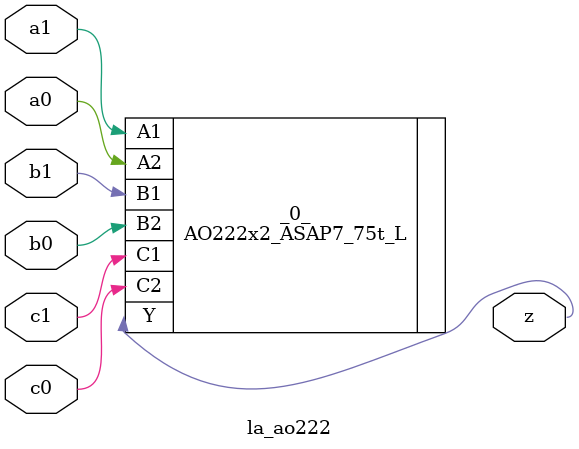
<source format=v>

/* Generated by Yosys 0.37 (git sha1 a5c7f69ed, clang 14.0.0-1ubuntu1.1 -fPIC -Os) */

module la_ao222(a0, a1, b0, b1, c0, c1, z);
  input a0;
  wire a0;
  input a1;
  wire a1;
  input b0;
  wire b0;
  input b1;
  wire b1;
  input c0;
  wire c0;
  input c1;
  wire c1;
  output z;
  wire z;
  AO222x2_ASAP7_75t_L _0_ (
    .A1(a1),
    .A2(a0),
    .B1(b1),
    .B2(b0),
    .C1(c1),
    .C2(c0),
    .Y(z)
  );
endmodule

</source>
